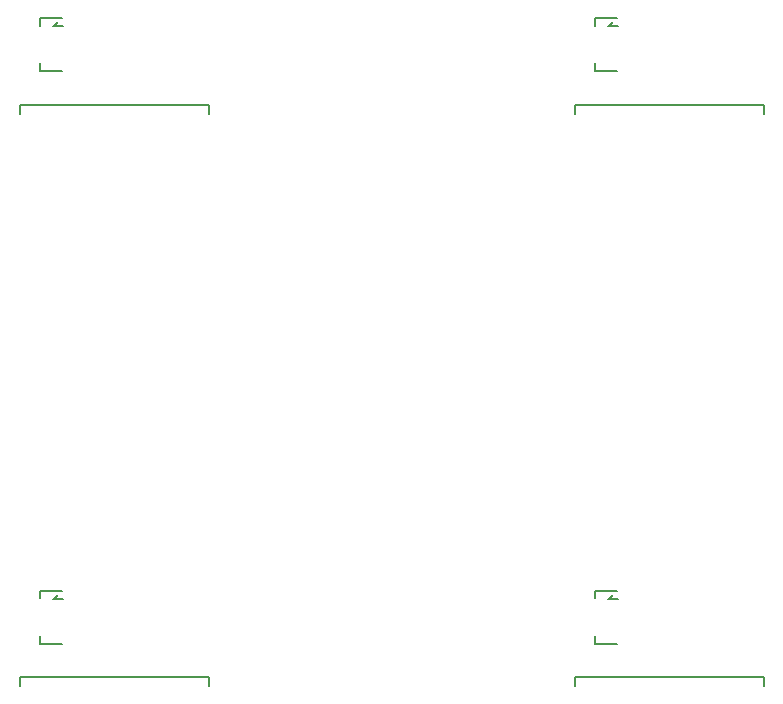
<source format=gbo>
G04 #@! TF.FileFunction,Legend,Bot*
%FSLAX46Y46*%
G04 Gerber Fmt 4.6, Leading zero omitted, Abs format (unit mm)*
G04 Created by KiCad (PCBNEW 4.0.2-stable) date Thursday, August 11, 2016 'pmt' 07:15:48 pm*
%MOMM*%
G01*
G04 APERTURE LIST*
%ADD10C,0.100000*%
%ADD11C,0.150000*%
%ADD12C,0.152400*%
G04 APERTURE END LIST*
D10*
D11*
X68371560Y-78985080D02*
X68071840Y-79234000D01*
X68071840Y-79234000D02*
X67921980Y-79335600D01*
X67921980Y-79335600D02*
X68770340Y-79335600D01*
X66870420Y-78634560D02*
X68671280Y-78634560D01*
X66870420Y-78634560D02*
X66870420Y-79284800D01*
X66870420Y-83135440D02*
X68671280Y-83135440D01*
X66870420Y-83135440D02*
X66870420Y-82485200D01*
X21371560Y-78985080D02*
X21071840Y-79234000D01*
X21071840Y-79234000D02*
X20921980Y-79335600D01*
X20921980Y-79335600D02*
X21770340Y-79335600D01*
X19870420Y-78634560D02*
X21671280Y-78634560D01*
X19870420Y-78634560D02*
X19870420Y-79284800D01*
X19870420Y-83135440D02*
X21671280Y-83135440D01*
X19870420Y-83135440D02*
X19870420Y-82485200D01*
X68371560Y-30485080D02*
X68071840Y-30734000D01*
X68071840Y-30734000D02*
X67921980Y-30835600D01*
X67921980Y-30835600D02*
X68770340Y-30835600D01*
X66870420Y-30134560D02*
X68671280Y-30134560D01*
X66870420Y-30134560D02*
X66870420Y-30784800D01*
X66870420Y-34635440D02*
X68671280Y-34635440D01*
X66870420Y-34635440D02*
X66870420Y-33985200D01*
D12*
X65110200Y-86727000D02*
X65110200Y-85965000D01*
X65110200Y-85965000D02*
X81112200Y-85965000D01*
X81112200Y-85965000D02*
X81112200Y-86727000D01*
X18110200Y-86727000D02*
X18110200Y-85965000D01*
X18110200Y-85965000D02*
X34112200Y-85965000D01*
X34112200Y-85965000D02*
X34112200Y-86727000D01*
X65110200Y-38227000D02*
X65110200Y-37465000D01*
X65110200Y-37465000D02*
X81112200Y-37465000D01*
X81112200Y-37465000D02*
X81112200Y-38227000D01*
D11*
X21371560Y-30485080D02*
X21071840Y-30734000D01*
X21071840Y-30734000D02*
X20921980Y-30835600D01*
X20921980Y-30835600D02*
X21770340Y-30835600D01*
X19870420Y-30134560D02*
X21671280Y-30134560D01*
X19870420Y-30134560D02*
X19870420Y-30784800D01*
X19870420Y-34635440D02*
X21671280Y-34635440D01*
X19870420Y-34635440D02*
X19870420Y-33985200D01*
D12*
X18110200Y-38227000D02*
X18110200Y-37465000D01*
X18110200Y-37465000D02*
X34112200Y-37465000D01*
X34112200Y-37465000D02*
X34112200Y-38227000D01*
M02*

</source>
